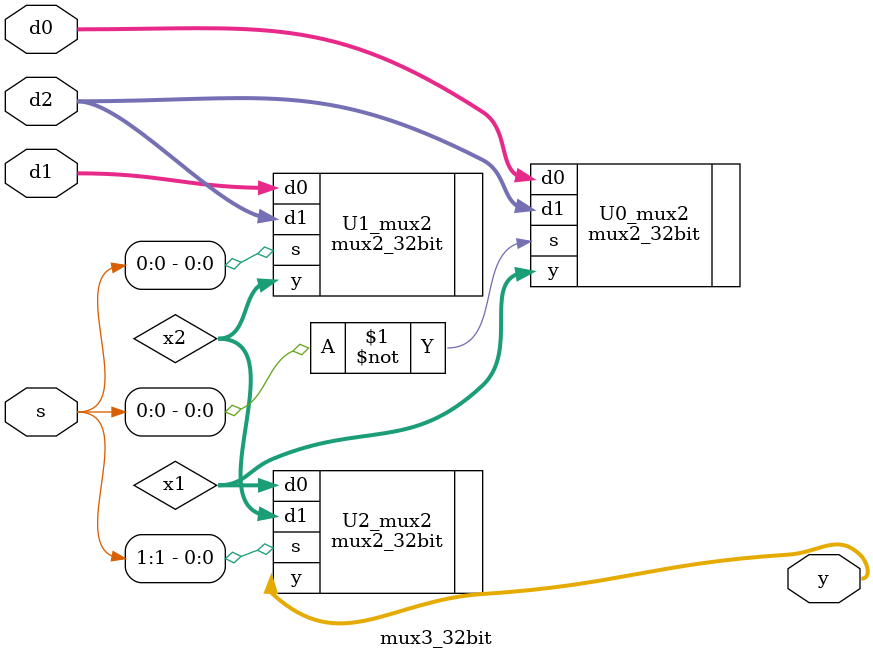
<source format=v>
module mux3_32bit(d0, d1, d2, s, y);
	input [31:0] d0, d1, d2;
	input [1:0] s;
	output [31:0] y;
	
	wire [31:0] x1, x2;
	
	// instance mux2_32bit
	mux2_32bit U0_mux2(.d0(d0), .d1(d2), .s(~s[0]), .y(x1));
	mux2_32bit U1_mux2(.d0(d1), .d1(d2), .s(s[0]), .y(x2));
	mux2_32bit U2_mux2(.d0(x1), .d1(x2), .s(s[1]), .y(y));
	
endmodule

</source>
